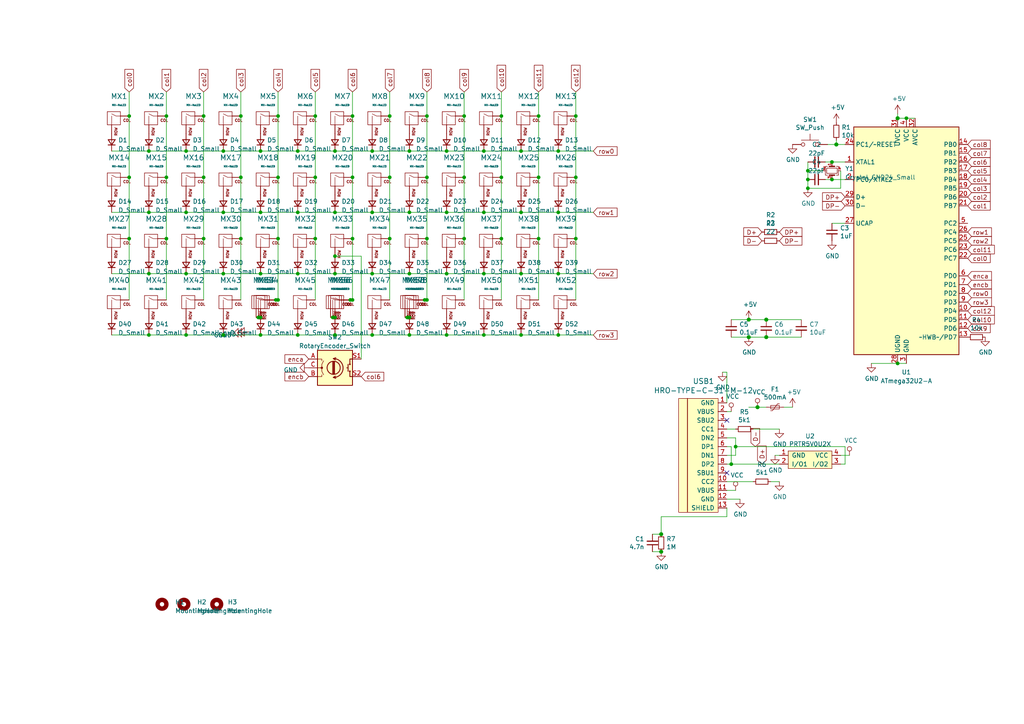
<source format=kicad_sch>
(kicad_sch (version 20210621) (generator eeschema)
  (paper "A4")
  (junction (at 37.465 33.655) (diameter 0.9144))
  (junction (at 37.465 51.435) (diameter 0.9144))
  (junction (at 37.465 69.215) (diameter 0.9144))
  (junction (at 43.18 43.815) (diameter 0.9144))
  (junction (at 43.18 61.595) (diameter 0.9144))
  (junction (at 43.18 79.375) (diameter 0.9144))
  (junction (at 43.18 97.155) (diameter 0.9144))
  (junction (at 48.26 33.655) (diameter 0.9144))
  (junction (at 48.26 51.435) (diameter 0.9144))
  (junction (at 48.26 69.215) (diameter 0.9144))
  (junction (at 53.975 43.815) (diameter 0.9144))
  (junction (at 53.975 61.595) (diameter 0.9144))
  (junction (at 53.975 79.375) (diameter 0.9144))
  (junction (at 53.975 97.155) (diameter 0.9144))
  (junction (at 59.055 33.655) (diameter 0.9144))
  (junction (at 59.055 51.435) (diameter 0.9144))
  (junction (at 59.055 69.215) (diameter 0.9144))
  (junction (at 64.77 43.815) (diameter 0.9144))
  (junction (at 64.77 61.595) (diameter 0.9144))
  (junction (at 64.77 79.375) (diameter 0.9144))
  (junction (at 64.77 97.155) (diameter 0.9144))
  (junction (at 69.85 33.655) (diameter 0.9144))
  (junction (at 69.85 51.435) (diameter 0.9144))
  (junction (at 69.85 69.215) (diameter 0.9144))
  (junction (at 74.93 92.075) (diameter 0.9144))
  (junction (at 75.565 43.815) (diameter 0.9144))
  (junction (at 75.565 61.595) (diameter 0.9144))
  (junction (at 75.565 79.375) (diameter 0.9144))
  (junction (at 75.565 92.075) (diameter 0.9144))
  (junction (at 75.565 97.155) (diameter 0.9144))
  (junction (at 80.01 86.995) (diameter 0.9144))
  (junction (at 80.645 33.655) (diameter 0.9144))
  (junction (at 80.645 51.435) (diameter 0.9144))
  (junction (at 80.645 69.215) (diameter 0.9144))
  (junction (at 80.645 86.995) (diameter 0.9144))
  (junction (at 86.36 43.815) (diameter 0.9144))
  (junction (at 86.36 61.595) (diameter 0.9144))
  (junction (at 86.36 79.375) (diameter 0.9144))
  (junction (at 86.36 97.155) (diameter 0.9144))
  (junction (at 91.44 33.655) (diameter 0.9144))
  (junction (at 91.44 51.435) (diameter 0.9144))
  (junction (at 91.44 69.215) (diameter 0.9144))
  (junction (at 96.52 92.075) (diameter 0.9144))
  (junction (at 97.155 43.815) (diameter 0.9144))
  (junction (at 97.155 61.595) (diameter 0.9144))
  (junction (at 97.155 74.295) (diameter 0.9144))
  (junction (at 97.155 79.375) (diameter 0.9144))
  (junction (at 97.155 92.075) (diameter 0.9144))
  (junction (at 97.155 97.155) (diameter 0.9144))
  (junction (at 101.6 86.995) (diameter 0.9144))
  (junction (at 102.235 33.655) (diameter 0.9144))
  (junction (at 102.235 51.435) (diameter 0.9144))
  (junction (at 102.235 69.215) (diameter 0.9144))
  (junction (at 102.235 86.995) (diameter 0.9144))
  (junction (at 107.95 43.815) (diameter 0.9144))
  (junction (at 107.95 61.595) (diameter 0.9144))
  (junction (at 107.95 79.375) (diameter 0.9144))
  (junction (at 107.95 97.155) (diameter 0.9144))
  (junction (at 113.03 33.655) (diameter 0.9144))
  (junction (at 113.03 51.435) (diameter 0.9144))
  (junction (at 113.03 69.215) (diameter 0.9144))
  (junction (at 118.11 92.075) (diameter 0.9144))
  (junction (at 118.745 43.815) (diameter 0.9144))
  (junction (at 118.745 61.595) (diameter 0.9144))
  (junction (at 118.745 79.375) (diameter 0.9144))
  (junction (at 118.745 92.075) (diameter 0.9144))
  (junction (at 118.745 97.155) (diameter 0.9144))
  (junction (at 123.19 86.995) (diameter 0.9144))
  (junction (at 123.825 33.655) (diameter 0.9144))
  (junction (at 123.825 51.435) (diameter 0.9144))
  (junction (at 123.825 69.215) (diameter 0.9144))
  (junction (at 123.825 86.995) (diameter 0.9144))
  (junction (at 129.54 43.815) (diameter 0.9144))
  (junction (at 129.54 61.595) (diameter 0.9144))
  (junction (at 129.54 79.375) (diameter 0.9144))
  (junction (at 129.54 97.155) (diameter 0.9144))
  (junction (at 134.62 33.655) (diameter 0.9144))
  (junction (at 134.62 51.435) (diameter 0.9144))
  (junction (at 134.62 69.215) (diameter 0.9144))
  (junction (at 140.335 43.815) (diameter 0.9144))
  (junction (at 140.335 61.595) (diameter 0.9144))
  (junction (at 140.335 79.375) (diameter 0.9144))
  (junction (at 140.335 97.155) (diameter 0.9144))
  (junction (at 145.415 33.655) (diameter 0.9144))
  (junction (at 145.415 51.435) (diameter 0.9144))
  (junction (at 145.415 69.215) (diameter 0.9144))
  (junction (at 151.13 43.815) (diameter 0.9144))
  (junction (at 151.13 61.595) (diameter 0.9144))
  (junction (at 151.13 79.375) (diameter 0.9144))
  (junction (at 151.13 97.155) (diameter 0.9144))
  (junction (at 156.21 33.655) (diameter 0.9144))
  (junction (at 156.21 51.435) (diameter 0.9144))
  (junction (at 156.21 69.215) (diameter 0.9144))
  (junction (at 161.925 43.815) (diameter 0.9144))
  (junction (at 161.925 61.595) (diameter 0.9144))
  (junction (at 161.925 79.375) (diameter 0.9144))
  (junction (at 161.925 97.155) (diameter 0.9144))
  (junction (at 167.005 33.655) (diameter 0.9144))
  (junction (at 167.005 51.435) (diameter 0.9144))
  (junction (at 167.005 69.215) (diameter 0.9144))
  (junction (at 191.77 154.94) (diameter 1.016))
  (junction (at 191.77 160.02) (diameter 1.016))
  (junction (at 212.09 134.62) (diameter 0.9144))
  (junction (at 213.36 129.54) (diameter 0.9144))
  (junction (at 217.17 92.71) (diameter 1.016))
  (junction (at 217.17 97.79) (diameter 1.016))
  (junction (at 219.71 118.11) (diameter 1.016))
  (junction (at 222.25 92.71) (diameter 1.016))
  (junction (at 222.25 97.79) (diameter 1.016))
  (junction (at 234.315 49.53) (diameter 0.9144))
  (junction (at 234.315 52.07) (diameter 0.9144))
  (junction (at 234.315 54.61) (diameter 0.9144))
  (junction (at 241.3 46.99) (diameter 0.9144))
  (junction (at 241.3 52.07) (diameter 0.9144))
  (junction (at 242.57 41.91) (diameter 1.016))
  (junction (at 260.35 34.29) (diameter 1.016))
  (junction (at 260.35 105.41) (diameter 0.9144))
  (junction (at 262.89 34.29) (diameter 0.9144))
  (no_connect (at 210.82 121.92))
  (no_connect (at 210.82 137.16))
  (wire (pts (xy 32.385 43.815) (xy 43.18 43.815)))
  (wire (pts (xy 32.385 61.595) (xy 43.18 61.595)))
  (wire (pts (xy 32.385 79.375) (xy 43.18 79.375)))
  (wire (pts (xy 32.385 97.155) (xy 43.18 97.155)))
  (wire (pts (xy 37.465 26.67) (xy 37.465 33.655)))
  (wire (pts (xy 37.465 33.655) (xy 37.465 51.435)))
  (wire (pts (xy 37.465 51.435) (xy 37.465 69.215)))
  (wire (pts (xy 37.465 69.215) (xy 37.465 86.995)))
  (wire (pts (xy 43.18 43.815) (xy 53.975 43.815)))
  (wire (pts (xy 43.18 61.595) (xy 53.975 61.595)))
  (wire (pts (xy 43.18 79.375) (xy 53.975 79.375)))
  (wire (pts (xy 43.18 97.155) (xy 53.975 97.155)))
  (wire (pts (xy 48.26 26.67) (xy 48.26 33.655)))
  (wire (pts (xy 48.26 33.655) (xy 48.26 51.435)))
  (wire (pts (xy 48.26 51.435) (xy 48.26 69.215)))
  (wire (pts (xy 48.26 69.215) (xy 48.26 86.995)))
  (wire (pts (xy 53.975 43.815) (xy 64.77 43.815)))
  (wire (pts (xy 53.975 61.595) (xy 64.77 61.595)))
  (wire (pts (xy 53.975 79.375) (xy 64.77 79.375)))
  (wire (pts (xy 53.975 97.155) (xy 64.77 97.155)))
  (wire (pts (xy 59.055 26.67) (xy 59.055 33.655)))
  (wire (pts (xy 59.055 33.655) (xy 59.055 51.435)))
  (wire (pts (xy 59.055 51.435) (xy 59.055 69.215)))
  (wire (pts (xy 59.055 69.215) (xy 59.055 86.995)))
  (wire (pts (xy 64.77 43.815) (xy 75.565 43.815)))
  (wire (pts (xy 64.77 61.595) (xy 75.565 61.595)))
  (wire (pts (xy 64.77 79.375) (xy 75.565 79.375)))
  (wire (pts (xy 64.77 97.155) (xy 75.565 97.155)))
  (wire (pts (xy 69.85 26.67) (xy 69.85 33.655)))
  (wire (pts (xy 69.85 33.655) (xy 69.85 51.435)))
  (wire (pts (xy 69.85 51.435) (xy 69.85 69.215)))
  (wire (pts (xy 69.85 69.215) (xy 69.85 86.995)))
  (wire (pts (xy 74.295 92.075) (xy 74.93 92.075)))
  (wire (pts (xy 74.93 92.075) (xy 75.565 92.075)))
  (wire (pts (xy 75.565 43.815) (xy 86.36 43.815)))
  (wire (pts (xy 75.565 61.595) (xy 86.36 61.595)))
  (wire (pts (xy 75.565 79.375) (xy 86.36 79.375)))
  (wire (pts (xy 75.565 97.155) (xy 86.36 97.155)))
  (wire (pts (xy 79.375 86.995) (xy 80.01 86.995)))
  (wire (pts (xy 80.01 86.995) (xy 80.645 86.995)))
  (wire (pts (xy 80.645 26.67) (xy 80.645 33.655)))
  (wire (pts (xy 80.645 33.655) (xy 80.645 51.435)))
  (wire (pts (xy 80.645 51.435) (xy 80.645 69.215)))
  (wire (pts (xy 80.645 69.215) (xy 80.645 86.995)))
  (wire (pts (xy 86.36 43.815) (xy 97.155 43.815)))
  (wire (pts (xy 86.36 61.595) (xy 97.155 61.595)))
  (wire (pts (xy 86.36 79.375) (xy 97.155 79.375)))
  (wire (pts (xy 86.36 97.155) (xy 97.155 97.155)))
  (wire (pts (xy 91.44 26.67) (xy 91.44 33.655)))
  (wire (pts (xy 91.44 33.655) (xy 91.44 51.435)))
  (wire (pts (xy 91.44 51.435) (xy 91.44 69.215)))
  (wire (pts (xy 91.44 69.215) (xy 91.44 86.995)))
  (wire (pts (xy 95.885 92.075) (xy 96.52 92.075)))
  (wire (pts (xy 96.52 92.075) (xy 97.155 92.075)))
  (wire (pts (xy 97.155 43.815) (xy 107.95 43.815)))
  (wire (pts (xy 97.155 61.595) (xy 107.95 61.595)))
  (wire (pts (xy 97.155 74.295) (xy 104.775 74.295)))
  (wire (pts (xy 97.155 79.375) (xy 107.95 79.375)))
  (wire (pts (xy 97.155 97.155) (xy 107.95 97.155)))
  (wire (pts (xy 100.965 86.995) (xy 101.6 86.995)))
  (wire (pts (xy 101.6 86.995) (xy 102.235 86.995)))
  (wire (pts (xy 102.235 26.67) (xy 102.235 33.655)))
  (wire (pts (xy 102.235 33.655) (xy 102.235 51.435)))
  (wire (pts (xy 102.235 51.435) (xy 102.235 69.215)))
  (wire (pts (xy 102.235 69.215) (xy 102.235 86.995)))
  (wire (pts (xy 104.775 74.295) (xy 104.775 104.14)))
  (wire (pts (xy 107.95 43.815) (xy 118.745 43.815)))
  (wire (pts (xy 107.95 61.595) (xy 118.745 61.595)))
  (wire (pts (xy 107.95 79.375) (xy 118.745 79.375)))
  (wire (pts (xy 107.95 97.155) (xy 118.745 97.155)))
  (wire (pts (xy 113.03 26.67) (xy 113.03 33.655)))
  (wire (pts (xy 113.03 33.655) (xy 113.03 51.435)))
  (wire (pts (xy 113.03 51.435) (xy 113.03 69.215)))
  (wire (pts (xy 113.03 69.215) (xy 113.03 86.995)))
  (wire (pts (xy 117.475 92.075) (xy 118.11 92.075)))
  (wire (pts (xy 118.11 92.075) (xy 118.745 92.075)))
  (wire (pts (xy 118.745 43.815) (xy 129.54 43.815)))
  (wire (pts (xy 118.745 61.595) (xy 129.54 61.595)))
  (wire (pts (xy 118.745 79.375) (xy 129.54 79.375)))
  (wire (pts (xy 118.745 97.155) (xy 129.54 97.155)))
  (wire (pts (xy 122.555 86.995) (xy 123.19 86.995)))
  (wire (pts (xy 123.19 86.995) (xy 123.825 86.995)))
  (wire (pts (xy 123.825 26.67) (xy 123.825 33.655)))
  (wire (pts (xy 123.825 33.655) (xy 123.825 51.435)))
  (wire (pts (xy 123.825 51.435) (xy 123.825 69.215)))
  (wire (pts (xy 123.825 69.215) (xy 123.825 86.995)))
  (wire (pts (xy 129.54 43.815) (xy 140.335 43.815)))
  (wire (pts (xy 129.54 61.595) (xy 140.335 61.595)))
  (wire (pts (xy 129.54 79.375) (xy 140.335 79.375)))
  (wire (pts (xy 129.54 97.155) (xy 140.335 97.155)))
  (wire (pts (xy 134.62 26.67) (xy 134.62 33.655)))
  (wire (pts (xy 134.62 33.655) (xy 134.62 51.435)))
  (wire (pts (xy 134.62 51.435) (xy 134.62 69.215)))
  (wire (pts (xy 134.62 69.215) (xy 134.62 86.995)))
  (wire (pts (xy 140.335 43.815) (xy 151.13 43.815)))
  (wire (pts (xy 140.335 61.595) (xy 151.13 61.595)))
  (wire (pts (xy 140.335 79.375) (xy 151.13 79.375)))
  (wire (pts (xy 140.335 97.155) (xy 151.13 97.155)))
  (wire (pts (xy 145.415 26.67) (xy 145.415 33.655)))
  (wire (pts (xy 145.415 33.655) (xy 145.415 51.435)))
  (wire (pts (xy 145.415 51.435) (xy 145.415 69.215)))
  (wire (pts (xy 145.415 69.215) (xy 145.415 86.995)))
  (wire (pts (xy 151.13 43.815) (xy 161.925 43.815)))
  (wire (pts (xy 151.13 61.595) (xy 161.925 61.595)))
  (wire (pts (xy 151.13 79.375) (xy 161.925 79.375)))
  (wire (pts (xy 151.13 97.155) (xy 161.925 97.155)))
  (wire (pts (xy 156.21 26.67) (xy 156.21 33.655)))
  (wire (pts (xy 156.21 33.655) (xy 156.21 51.435)))
  (wire (pts (xy 156.21 51.435) (xy 156.21 69.215)))
  (wire (pts (xy 156.21 69.215) (xy 156.21 86.995)))
  (wire (pts (xy 161.925 43.815) (xy 172.085 43.815)))
  (wire (pts (xy 161.925 61.595) (xy 172.085 61.595)))
  (wire (pts (xy 161.925 79.375) (xy 172.085 79.375)))
  (wire (pts (xy 161.925 97.155) (xy 172.085 97.155)))
  (wire (pts (xy 167.005 26.67) (xy 167.005 33.655)))
  (wire (pts (xy 167.005 33.655) (xy 167.005 51.435)))
  (wire (pts (xy 167.005 51.435) (xy 167.005 69.215)))
  (wire (pts (xy 167.005 69.215) (xy 167.005 86.995)))
  (wire (pts (xy 189.23 154.94) (xy 191.77 154.94)))
  (wire (pts (xy 189.23 160.02) (xy 191.77 160.02)))
  (wire (pts (xy 191.77 149.86) (xy 191.77 154.94)))
  (wire (pts (xy 210.82 107.95) (xy 209.55 107.95)))
  (wire (pts (xy 210.82 107.95) (xy 210.82 116.84)))
  (wire (pts (xy 210.82 119.38) (xy 212.09 119.38)))
  (wire (pts (xy 210.82 124.46) (xy 213.36 124.46)))
  (wire (pts (xy 210.82 127) (xy 213.36 127)))
  (wire (pts (xy 210.82 129.54) (xy 212.09 129.54)))
  (wire (pts (xy 210.82 139.7) (xy 218.44 139.7)))
  (wire (pts (xy 210.82 142.24) (xy 213.36 142.24)))
  (wire (pts (xy 210.82 144.78) (xy 214.63 144.78)))
  (wire (pts (xy 210.82 147.32) (xy 210.82 149.86)))
  (wire (pts (xy 210.82 149.86) (xy 191.77 149.86)))
  (wire (pts (xy 212.09 92.71) (xy 217.17 92.71)))
  (wire (pts (xy 212.09 129.54) (xy 212.09 134.62)))
  (wire (pts (xy 212.09 134.62) (xy 210.82 134.62)))
  (wire (pts (xy 212.09 134.62) (xy 226.06 134.62)))
  (wire (pts (xy 213.36 127) (xy 213.36 129.54)))
  (wire (pts (xy 213.36 129.54) (xy 213.36 132.08)))
  (wire (pts (xy 213.36 129.54) (xy 245.11 129.54)))
  (wire (pts (xy 213.36 132.08) (xy 210.82 132.08)))
  (wire (pts (xy 217.17 92.71) (xy 222.25 92.71)))
  (wire (pts (xy 217.17 97.79) (xy 212.09 97.79)))
  (wire (pts (xy 217.17 118.11) (xy 219.71 118.11)))
  (wire (pts (xy 218.44 124.46) (xy 226.06 124.46)))
  (wire (pts (xy 219.71 118.11) (xy 222.25 118.11)))
  (wire (pts (xy 222.25 92.71) (xy 232.41 92.71)))
  (wire (pts (xy 222.25 97.79) (xy 217.17 97.79)))
  (wire (pts (xy 223.52 139.7) (xy 226.06 139.7)))
  (wire (pts (xy 224.79 132.08) (xy 226.06 132.08)))
  (wire (pts (xy 227.33 118.11) (xy 229.87 118.11)))
  (wire (pts (xy 232.41 97.79) (xy 222.25 97.79)))
  (wire (pts (xy 234.315 46.99) (xy 234.315 49.53)))
  (wire (pts (xy 234.315 49.53) (xy 234.315 52.07)))
  (wire (pts (xy 234.315 49.53) (xy 238.76 49.53)))
  (wire (pts (xy 234.315 52.07) (xy 234.315 54.61)))
  (wire (pts (xy 234.315 54.61) (xy 243.84 54.61)))
  (wire (pts (xy 239.395 46.99) (xy 241.3 46.99)))
  (wire (pts (xy 239.395 52.07) (xy 241.3 52.07)))
  (wire (pts (xy 241.3 46.99) (xy 245.11 46.99)))
  (wire (pts (xy 241.3 52.07) (xy 245.11 52.07)))
  (wire (pts (xy 242.57 41.91) (xy 240.03 41.91)))
  (wire (pts (xy 242.57 41.91) (xy 242.57 40.64)))
  (wire (pts (xy 243.84 54.61) (xy 243.84 49.53)))
  (wire (pts (xy 243.84 132.08) (xy 246.38 132.08)))
  (wire (pts (xy 245.11 41.91) (xy 242.57 41.91)))
  (wire (pts (xy 245.11 64.77) (xy 241.3 64.77)))
  (wire (pts (xy 245.11 129.54) (xy 245.11 134.62)))
  (wire (pts (xy 245.11 134.62) (xy 243.84 134.62)))
  (wire (pts (xy 252.73 105.41) (xy 260.35 105.41)))
  (wire (pts (xy 260.35 34.29) (xy 260.35 33.02)))
  (wire (pts (xy 260.35 34.29) (xy 262.89 34.29)))
  (wire (pts (xy 260.35 105.41) (xy 262.89 105.41)))
  (wire (pts (xy 262.89 34.29) (xy 265.43 34.29)))
  (global_label "col0" (shape input) (at 37.465 26.67 90) (property "Intersheet References" "${INTERSHEET_REFS}" (effects hide)))
  (global_label "col1" (shape input) (at 48.26 26.67 90) (property "Intersheet References" "${INTERSHEET_REFS}" (effects hide)))
  (global_label "col2" (shape input) (at 59.055 26.67 90) (property "Intersheet References" "${INTERSHEET_REFS}" (effects hide)))
  (global_label "col3" (shape input) (at 69.85 26.67 90) (property "Intersheet References" "${INTERSHEET_REFS}" (effects hide)))
  (global_label "col4" (shape input) (at 80.645 26.67 90) (property "Intersheet References" "${INTERSHEET_REFS}" (effects hide)))
  (global_label "enca" (shape input) (at 89.535 104.14 180) (property "Intersheet References" "${INTERSHEET_REFS}" (effects hide)))
  (global_label "encb" (shape input) (at 89.535 109.22 180) (property "Intersheet References" "${INTERSHEET_REFS}" (effects hide)))
  (global_label "col5" (shape input) (at 91.44 26.67 90) (property "Intersheet References" "${INTERSHEET_REFS}" (effects hide)))
  (global_label "col6" (shape input) (at 102.235 26.67 90) (property "Intersheet References" "${INTERSHEET_REFS}" (effects hide)))
  (global_label "col6" (shape input) (at 104.775 109.22 0) (property "Intersheet References" "${INTERSHEET_REFS}" (effects hide)))
  (global_label "col7" (shape input) (at 113.03 26.67 90) (property "Intersheet References" "${INTERSHEET_REFS}" (effects hide)))
  (global_label "col8" (shape input) (at 123.825 26.67 90) (property "Intersheet References" "${INTERSHEET_REFS}" (effects hide)))
  (global_label "col9" (shape input) (at 134.62 26.67 90) (property "Intersheet References" "${INTERSHEET_REFS}" (effects hide)))
  (global_label "col10" (shape input) (at 145.415 26.67 90) (property "Intersheet References" "${INTERSHEET_REFS}" (effects hide)))
  (global_label "col11" (shape input) (at 156.21 26.67 90) (property "Intersheet References" "${INTERSHEET_REFS}" (effects hide)))
  (global_label "col12" (shape input) (at 167.005 26.67 90) (property "Intersheet References" "${INTERSHEET_REFS}" (effects hide)))
  (global_label "row0" (shape input) (at 172.085 43.815 0) (property "Intersheet References" "${INTERSHEET_REFS}" (effects hide)))
  (global_label "row1" (shape input) (at 172.085 61.595 0) (property "Intersheet References" "${INTERSHEET_REFS}" (effects hide)))
  (global_label "row2" (shape input) (at 172.085 79.375 0) (property "Intersheet References" "${INTERSHEET_REFS}" (effects hide)))
  (global_label "row3" (shape input) (at 172.085 97.155 0) (property "Intersheet References" "${INTERSHEET_REFS}" (effects hide)))
  (global_label "D-" (shape input) (at 219.075 129.54 90) (property "Intersheet References" "${INTERSHEET_REFS}" (effects hide)))
  (global_label "D+" (shape input) (at 220.98 67.31 180) (property "Intersheet References" "${INTERSHEET_REFS}" (effects hide)))
  (global_label "D-" (shape input) (at 220.98 69.85 180) (property "Intersheet References" "${INTERSHEET_REFS}" (effects hide)))
  (global_label "D+" (shape input) (at 220.98 134.62 90) (property "Intersheet References" "${INTERSHEET_REFS}" (effects hide)))
  (global_label "DP+" (shape input) (at 226.06 67.31 0) (property "Intersheet References" "${INTERSHEET_REFS}" (effects hide)))
  (global_label "DP-" (shape input) (at 226.06 69.85 0) (property "Intersheet References" "${INTERSHEET_REFS}" (effects hide)))
  (global_label "DP+" (shape input) (at 245.11 57.15 180) (property "Intersheet References" "${INTERSHEET_REFS}" (effects hide)))
  (global_label "DP-" (shape input) (at 245.11 59.69 180) (property "Intersheet References" "${INTERSHEET_REFS}" (effects hide)))
  (global_label "col8" (shape input) (at 280.67 41.91 0) (property "Intersheet References" "${INTERSHEET_REFS}" (effects hide)))
  (global_label "col7" (shape input) (at 280.67 44.45 0) (property "Intersheet References" "${INTERSHEET_REFS}" (effects hide)))
  (global_label "col6" (shape input) (at 280.67 46.99 0) (property "Intersheet References" "${INTERSHEET_REFS}" (effects hide)))
  (global_label "col5" (shape input) (at 280.67 49.53 0) (property "Intersheet References" "${INTERSHEET_REFS}" (effects hide)))
  (global_label "col4" (shape input) (at 280.67 52.07 0) (property "Intersheet References" "${INTERSHEET_REFS}" (effects hide)))
  (global_label "col3" (shape input) (at 280.67 54.61 0) (property "Intersheet References" "${INTERSHEET_REFS}" (effects hide)))
  (global_label "col2" (shape input) (at 280.67 57.15 0) (property "Intersheet References" "${INTERSHEET_REFS}" (effects hide)))
  (global_label "col1" (shape input) (at 280.67 59.69 0) (property "Intersheet References" "${INTERSHEET_REFS}" (effects hide)))
  (global_label "row1" (shape input) (at 280.67 67.31 0) (property "Intersheet References" "${INTERSHEET_REFS}" (effects hide)))
  (global_label "row2" (shape input) (at 280.67 69.85 0) (property "Intersheet References" "${INTERSHEET_REFS}" (effects hide)))
  (global_label "col11" (shape input) (at 280.67 72.39 0) (property "Intersheet References" "${INTERSHEET_REFS}" (effects hide)))
  (global_label "col0" (shape input) (at 280.67 74.93 0) (property "Intersheet References" "${INTERSHEET_REFS}" (effects hide)))
  (global_label "enca" (shape input) (at 280.67 80.01 0) (property "Intersheet References" "${INTERSHEET_REFS}" (effects hide)))
  (global_label "encb" (shape input) (at 280.67 82.55 0) (property "Intersheet References" "${INTERSHEET_REFS}" (effects hide)))
  (global_label "row0" (shape input) (at 280.67 85.09 0) (property "Intersheet References" "${INTERSHEET_REFS}" (effects hide)))
  (global_label "row3" (shape input) (at 280.67 87.63 0) (property "Intersheet References" "${INTERSHEET_REFS}" (effects hide)))
  (global_label "col12" (shape input) (at 280.67 90.17 0) (property "Intersheet References" "${INTERSHEET_REFS}" (effects hide)))
  (global_label "col10" (shape input) (at 280.67 92.71 0) (property "Intersheet References" "${INTERSHEET_REFS}" (effects hide)))
  (global_label "col9" (shape input) (at 280.67 95.25 0) (property "Intersheet References" "${INTERSHEET_REFS}" (effects hide)))
  (symbol (lib_id "power:VCC") (at 212.09 119.38 0) (unit 1)
    (property "Reference" "#PWR0120" (effects hide))
    (property "Value" "VCC" (at 212.5218 114.9858 0))
  )
  (symbol (lib_id "power:VCC") (at 213.36 142.24 0) (unit 1)
    (property "Reference" "#PWR0121" (effects hide))
    (property "Value" "VCC" (at 213.7918 137.8458 0))
  )
  (symbol (lib_id "power:VCC") (at 219.71 118.11 0) (unit 1)
    (property "Reference" "#PWR0109" (effects hide))
    (property "Value" "VCC" (at 220.1418 113.7158 0))
  )
  (symbol (lib_id "power:VCC") (at 246.38 132.08 0) (unit 1)
    (property "Reference" "#PWR0122" (effects hide))
    (property "Value" "VCC" (at 246.8118 127.7556 0))
  )
  (symbol (lib_id "power:+5V") (at 217.17 92.71 0) (unit 1)
    (property "Reference" "#PWR0117" (effects hide))
    (property "Value" "+5V" (at 217.551 88.3158 0))
  )
  (symbol (lib_id "power:+5V") (at 229.87 118.11 0) (unit 1)
    (property "Reference" "#PWR0102" (effects hide))
    (property "Value" "+5V" (at 230.251 113.7158 0))
  )
  (symbol (lib_id "power:+5V") (at 242.57 35.56 0) (unit 1)
    (property "Reference" "#PWR0106" (effects hide))
    (property "Value" "+5V" (at 242.951 31.1658 0))
  )
  (symbol (lib_id "power:+5V") (at 260.35 33.02 0) (unit 1)
    (property "Reference" "#PWR0104" (effects hide))
    (property "Value" "+5V" (at 260.731 28.6258 0))
  )
  (symbol (lib_id "power:GND") (at 70.358 96.52 270) (unit 1)
    (property "Reference" "#PWR0124" (effects hide))
    (property "Value" "GND" (at 66.04 97.1549 90) (effects (justify right)))
  )
  (symbol (lib_id "power:GND") (at 71.374 96.52 270) (unit 1)
    (property "Reference" "#PWR0115" (effects hide))
    (property "Value" "GND" (at 67.31 97.1549 90) (effects (justify right)))
  )
  (symbol (lib_id "power:GND") (at 72.136 96.266 270) (unit 1)
    (property "Reference" "#PWR0123" (effects hide))
    (property "Value" "GND" (at 68.58 96.9009 90) (effects (justify right)))
  )
  (symbol (lib_id "power:GND") (at 89.535 106.68 270) (unit 1)
    (property "Reference" "#PWR0111" (effects hide))
    (property "Value" "GND" (at 86.36 107.3149 90) (effects (justify right)))
  )
  (symbol (lib_id "power:GND") (at 191.77 160.02 0) (unit 1)
    (property "Reference" "#PWR0116" (effects hide))
    (property "Value" "GND" (at 191.897 164.4142 0))
  )
  (symbol (lib_id "power:GND") (at 209.55 107.95 0) (unit 1)
    (property "Reference" "#PWR0119" (effects hide))
    (property "Value" "GND" (at 209.677 112.3442 0))
  )
  (symbol (lib_id "power:GND") (at 214.63 144.78 0) (unit 1)
    (property "Reference" "#PWR0118" (effects hide))
    (property "Value" "GND" (at 214.757 149.1742 0))
  )
  (symbol (lib_id "power:GND") (at 217.17 97.79 0) (unit 1)
    (property "Reference" "#PWR0108" (effects hide))
    (property "Value" "GND" (at 217.297 102.1842 0))
  )
  (symbol (lib_id "power:GND") (at 224.79 132.08 0) (unit 1)
    (property "Reference" "#PWR0114" (effects hide))
    (property "Value" "GND" (at 224.9043 136.4044 0))
  )
  (symbol (lib_id "power:GND") (at 226.06 124.46 0) (unit 1)
    (property "Reference" "#PWR0113" (effects hide))
    (property "Value" "GND" (at 226.187 128.8542 0))
  )
  (symbol (lib_id "power:GND") (at 226.06 139.7 0) (unit 1)
    (property "Reference" "#PWR0112" (effects hide))
    (property "Value" "GND" (at 226.187 144.0942 0))
  )
  (symbol (lib_id "power:GND") (at 229.87 41.91 0) (unit 1)
    (property "Reference" "#PWR0103" (effects hide))
    (property "Value" "GND" (at 229.997 46.3042 0))
  )
  (symbol (lib_id "power:GND") (at 234.315 54.61 0) (unit 1)
    (property "Reference" "#PWR0105" (effects hide))
    (property "Value" "GND" (at 234.442 59.0042 0))
  )
  (symbol (lib_id "power:GND") (at 241.3 69.85 0) (unit 1)
    (property "Reference" "#PWR0107" (effects hide))
    (property "Value" "GND" (at 241.427 74.2442 0))
  )
  (symbol (lib_id "power:GND") (at 252.73 105.41 0) (unit 1)
    (property "Reference" "#PWR0110" (effects hide))
    (property "Value" "GND" (at 252.857 109.8042 0))
  )
  (symbol (lib_id "power:GND") (at 285.75 97.79 0) (unit 1)
    (property "Reference" "#PWR0101" (effects hide))
    (property "Value" "GND" (at 285.877 102.1842 0))
  )
  (symbol (lib_id "Device:R_Small") (at 191.77 157.48 0) (unit 1)
    (property "Reference" "R7" (at 193.2686 156.3116 0) (effects (justify left)))
    (property "Value" "1M" (at 193.2686 158.623 0) (effects (justify left)))
    (property "Footprint" "Resistor_SMD:R_0603_1608Metric" (effects hide))
  )
  (symbol (lib_id "Device:R_Small") (at 215.9 124.46 90) (unit 1)
    (property "Reference" "R5" (at 215.9 119.4816 90))
    (property "Value" "5k1" (at 215.9 121.793 90))
    (property "Footprint" "Resistor_SMD:R_0603_1608Metric" (effects hide))
  )
  (symbol (lib_id "Device:R_Small") (at 220.98 139.7 90) (unit 1)
    (property "Reference" "R6" (at 220.98 134.7216 90))
    (property "Value" "5k1" (at 220.98 137.033 90))
    (property "Footprint" "Resistor_SMD:R_0603_1608Metric" (effects hide))
  )
  (symbol (lib_id "Device:R_Small") (at 223.52 67.31 270) (unit 1)
    (property "Reference" "R2" (at 223.52 62.3316 90))
    (property "Value" "22" (at 223.52 64.643 90))
    (property "Footprint" "Resistor_SMD:R_0603_1608Metric" (effects hide))
  )
  (symbol (lib_id "Device:R_Small") (at 223.52 69.85 270) (unit 1)
    (property "Reference" "R3" (at 223.52 64.8716 90))
    (property "Value" "22" (at 223.52 67.183 90))
    (property "Footprint" "Resistor_SMD:R_0603_1608Metric" (effects hide))
  )
  (symbol (lib_id "Device:R_Small") (at 242.57 38.1 0) (unit 1)
    (property "Reference" "R1" (at 244.0686 36.9316 0) (effects (justify left)))
    (property "Value" "10k" (at 244.0686 39.243 0) (effects (justify left)))
    (property "Footprint" "Resistor_SMD:R_0603_1608Metric" (effects hide))
  )
  (symbol (lib_id "Device:R_Small") (at 283.21 97.79 270) (unit 1)
    (property "Reference" "R4" (at 283.21 92.8116 90))
    (property "Value" "10k" (at 283.21 95.123 90))
    (property "Footprint" "Resistor_SMD:R_0603_1608Metric" (effects hide))
  )
  (symbol (lib_id "Device:Polyfuse_Small") (at 224.79 118.11 270) (unit 1)
    (property "Reference" "F1" (at 224.79 112.903 90))
    (property "Value" "500mA" (at 224.79 115.2144 90))
    (property "Footprint" "Fuse:Fuse_1206_3216Metric" (effects hide))
  )
  (symbol (lib_id "Device:D_Small") (at 32.385 41.275 90) (unit 1)
    (property "Reference" "D1" (at 34.29 40.6399 90) (effects (justify right)))
    (property "Value" "D_Small" (at 34.29 43.1799 90) (effects (justify right)))
    (property "Footprint" "Diode_SMD:D_SOD-123" (effects hide))
  )
  (symbol (lib_id "Device:D_Small") (at 32.385 59.055 90) (unit 1)
    (property "Reference" "D14" (at 34.29 58.4199 90) (effects (justify right)))
    (property "Value" "D_Small" (at 34.29 60.9599 90) (effects (justify right)))
    (property "Footprint" "Diode_SMD:D_SOD-123" (effects hide))
  )
  (symbol (lib_id "Device:D_Small") (at 32.385 76.835 90) (unit 1)
    (property "Reference" "D27" (at 34.29 76.1999 90) (effects (justify right)))
    (property "Value" "D_Small" (at 34.29 78.7399 90) (effects (justify right)))
    (property "Footprint" "Diode_SMD:D_SOD-123" (effects hide))
  )
  (symbol (lib_id "Device:D_Small") (at 32.385 94.615 90) (unit 1)
    (property "Reference" "D40" (at 34.29 93.9799 90) (effects (justify right)))
    (property "Value" "D_Small" (at 34.29 96.5199 90) (effects (justify right)))
    (property "Footprint" "Diode_SMD:D_SOD-123" (effects hide))
  )
  (symbol (lib_id "Device:D_Small") (at 43.18 41.275 90) (unit 1)
    (property "Reference" "D2" (at 45.085 40.6399 90) (effects (justify right)))
    (property "Value" "D_Small" (at 45.085 43.1799 90) (effects (justify right)))
    (property "Footprint" "Diode_SMD:D_SOD-123" (effects hide))
  )
  (symbol (lib_id "Device:D_Small") (at 43.18 59.055 90) (unit 1)
    (property "Reference" "D15" (at 45.085 58.4199 90) (effects (justify right)))
    (property "Value" "D_Small" (at 45.085 60.9599 90) (effects (justify right)))
    (property "Footprint" "Diode_SMD:D_SOD-123" (effects hide))
  )
  (symbol (lib_id "Device:D_Small") (at 43.18 76.835 90) (unit 1)
    (property "Reference" "D28" (at 45.085 76.1999 90) (effects (justify right)))
    (property "Value" "D_Small" (at 45.085 78.7399 90) (effects (justify right)))
    (property "Footprint" "Diode_SMD:D_SOD-123" (effects hide))
  )
  (symbol (lib_id "Device:D_Small") (at 43.18 94.615 90) (unit 1)
    (property "Reference" "D41" (at 45.085 93.9799 90) (effects (justify right)))
    (property "Value" "D_Small" (at 45.085 96.5199 90) (effects (justify right)))
    (property "Footprint" "Diode_SMD:D_SOD-123" (effects hide))
  )
  (symbol (lib_id "Device:D_Small") (at 53.975 41.275 90) (unit 1)
    (property "Reference" "D3" (at 55.88 40.6399 90) (effects (justify right)))
    (property "Value" "D_Small" (at 55.88 43.1799 90) (effects (justify right)))
    (property "Footprint" "Diode_SMD:D_SOD-123" (effects hide))
  )
  (symbol (lib_id "Device:D_Small") (at 53.975 59.055 90) (unit 1)
    (property "Reference" "D16" (at 55.88 58.4199 90) (effects (justify right)))
    (property "Value" "D_Small" (at 55.88 60.9599 90) (effects (justify right)))
    (property "Footprint" "Diode_SMD:D_SOD-123" (effects hide))
  )
  (symbol (lib_id "Device:D_Small") (at 53.975 76.835 90) (unit 1)
    (property "Reference" "D29" (at 55.88 76.1999 90) (effects (justify right)))
    (property "Value" "D_Small" (at 55.88 78.7399 90) (effects (justify right)))
    (property "Footprint" "Diode_SMD:D_SOD-123" (effects hide))
  )
  (symbol (lib_id "Device:D_Small") (at 53.975 94.615 90) (unit 1)
    (property "Reference" "D42" (at 55.88 93.9799 90) (effects (justify right)))
    (property "Value" "D_Small" (at 55.88 96.5199 90) (effects (justify right)))
    (property "Footprint" "Diode_SMD:D_SOD-123" (effects hide))
  )
  (symbol (lib_id "Device:D_Small") (at 64.77 41.275 90) (unit 1)
    (property "Reference" "D4" (at 66.675 40.6399 90) (effects (justify right)))
    (property "Value" "D_Small" (at 66.675 43.1799 90) (effects (justify right)))
    (property "Footprint" "Diode_SMD:D_SOD-123" (effects hide))
  )
  (symbol (lib_id "Device:D_Small") (at 64.77 59.055 90) (unit 1)
    (property "Reference" "D17" (at 66.675 58.4199 90) (effects (justify right)))
    (property "Value" "D_Small" (at 66.675 60.9599 90) (effects (justify right)))
    (property "Footprint" "Diode_SMD:D_SOD-123" (effects hide))
  )
  (symbol (lib_id "Device:D_Small") (at 64.77 76.835 90) (unit 1)
    (property "Reference" "D30" (at 66.675 76.1999 90) (effects (justify right)))
    (property "Value" "D_Small" (at 66.675 78.7399 90) (effects (justify right)))
    (property "Footprint" "Diode_SMD:D_SOD-123" (effects hide))
  )
  (symbol (lib_id "Device:D_Small") (at 64.77 94.615 90) (unit 1)
    (property "Reference" "D43" (at 66.675 93.9799 90) (effects (justify right)))
    (property "Value" "D_Small" (at 66.675 96.5199 90) (effects (justify right)))
    (property "Footprint" "Diode_SMD:D_SOD-123" (effects hide))
  )
  (symbol (lib_id "Device:D_Small") (at 75.565 41.275 90) (unit 1)
    (property "Reference" "D5" (at 77.47 40.6399 90) (effects (justify right)))
    (property "Value" "D_Small" (at 77.47 43.1799 90) (effects (justify right)))
    (property "Footprint" "Diode_SMD:D_SOD-123" (effects hide))
  )
  (symbol (lib_id "Device:D_Small") (at 75.565 59.055 90) (unit 1)
    (property "Reference" "D18" (at 77.47 58.4199 90) (effects (justify right)))
    (property "Value" "D_Small" (at 77.47 60.9599 90) (effects (justify right)))
    (property "Footprint" "Diode_SMD:D_SOD-123" (effects hide))
  )
  (symbol (lib_id "Device:D_Small") (at 75.565 76.835 90) (unit 1)
    (property "Reference" "D31" (at 77.47 76.1999 90) (effects (justify right)))
    (property "Value" "D_Small" (at 77.47 78.7399 90) (effects (justify right)))
    (property "Footprint" "Diode_SMD:D_SOD-123" (effects hide))
  )
  (symbol (lib_id "Device:D_Small") (at 75.565 94.615 90) (unit 1)
    (property "Reference" "D44" (at 77.47 93.9799 90) (effects (justify right)))
    (property "Value" "D_Small" (at 77.47 96.5199 90) (effects (justify right)))
    (property "Footprint" "Diode_SMD:D_SOD-123" (effects hide))
  )
  (symbol (lib_id "Device:D_Small") (at 86.36 41.275 90) (unit 1)
    (property "Reference" "D6" (at 88.265 40.6399 90) (effects (justify right)))
    (property "Value" "D_Small" (at 88.265 43.1799 90) (effects (justify right)))
    (property "Footprint" "Diode_SMD:D_SOD-123" (effects hide))
  )
  (symbol (lib_id "Device:D_Small") (at 86.36 59.055 90) (unit 1)
    (property "Reference" "D19" (at 88.265 58.4199 90) (effects (justify right)))
    (property "Value" "D_Small" (at 88.265 60.9599 90) (effects (justify right)))
    (property "Footprint" "Diode_SMD:D_SOD-123" (effects hide))
  )
  (symbol (lib_id "Device:D_Small") (at 86.36 76.835 90) (unit 1)
    (property "Reference" "D32" (at 88.265 76.1999 90) (effects (justify right)))
    (property "Value" "D_Small" (at 88.265 78.7399 90) (effects (justify right)))
    (property "Footprint" "Diode_SMD:D_SOD-123" (effects hide))
  )
  (symbol (lib_id "Device:D_Small") (at 86.36 94.615 90) (unit 1)
    (property "Reference" "D45" (at 88.265 93.9799 90) (effects (justify right)))
    (property "Value" "D_Small" (at 88.265 96.5199 90) (effects (justify right)))
    (property "Footprint" "Diode_SMD:D_SOD-123" (effects hide))
  )
  (symbol (lib_id "Device:D_Small") (at 97.155 41.275 90) (unit 1)
    (property "Reference" "D7" (at 99.06 40.6399 90) (effects (justify right)))
    (property "Value" "D_Small" (at 99.06 43.1799 90) (effects (justify right)))
    (property "Footprint" "Diode_SMD:D_SOD-123" (effects hide))
  )
  (symbol (lib_id "Device:D_Small") (at 97.155 59.055 90) (unit 1)
    (property "Reference" "D20" (at 99.06 58.4199 90) (effects (justify right)))
    (property "Value" "D_Small" (at 99.06 60.9599 90) (effects (justify right)))
    (property "Footprint" "Diode_SMD:D_SOD-123" (effects hide))
  )
  (symbol (lib_id "Device:D_Small") (at 97.155 76.835 90) (unit 1)
    (property "Reference" "D33" (at 99.06 76.1999 90) (effects (justify right)))
    (property "Value" "D_Small" (at 99.06 78.7399 90) (effects (justify right)))
    (property "Footprint" "Diode_SMD:D_SOD-123" (effects hide))
  )
  (symbol (lib_id "Device:D_Small") (at 97.155 94.615 90) (unit 1)
    (property "Reference" "D46" (at 99.06 93.9799 90) (effects (justify right)))
    (property "Value" "D_Small" (at 99.06 96.5199 90) (effects (justify right)))
    (property "Footprint" "Diode_SMD:D_SOD-123" (effects hide))
  )
  (symbol (lib_id "Device:D_Small") (at 107.95 41.275 90) (unit 1)
    (property "Reference" "D8" (at 109.855 40.6399 90) (effects (justify right)))
    (property "Value" "D_Small" (at 109.855 43.1799 90) (effects (justify right)))
    (property "Footprint" "Diode_SMD:D_SOD-123" (effects hide))
  )
  (symbol (lib_id "Device:D_Small") (at 107.95 59.055 90) (unit 1)
    (property "Reference" "D21" (at 109.855 58.4199 90) (effects (justify right)))
    (property "Value" "D_Small" (at 109.855 60.9599 90) (effects (justify right)))
    (property "Footprint" "Diode_SMD:D_SOD-123" (effects hide))
  )
  (symbol (lib_id "Device:D_Small") (at 107.95 76.835 90) (unit 1)
    (property "Reference" "D34" (at 109.855 76.1999 90) (effects (justify right)))
    (property "Value" "D_Small" (at 109.855 78.7399 90) (effects (justify right)))
    (property "Footprint" "Diode_SMD:D_SOD-123" (effects hide))
  )
  (symbol (lib_id "Device:D_Small") (at 107.95 94.615 90) (unit 1)
    (property "Reference" "D47" (at 109.855 93.9799 90) (effects (justify right)))
    (property "Value" "D_Small" (at 109.855 96.5199 90) (effects (justify right)))
    (property "Footprint" "Diode_SMD:D_SOD-123" (effects hide))
  )
  (symbol (lib_id "Device:D_Small") (at 118.745 41.275 90) (unit 1)
    (property "Reference" "D9" (at 120.65 40.6399 90) (effects (justify right)))
    (property "Value" "D_Small" (at 120.65 43.1799 90) (effects (justify right)))
    (property "Footprint" "Diode_SMD:D_SOD-123" (effects hide))
  )
  (symbol (lib_id "Device:D_Small") (at 118.745 59.055 90) (unit 1)
    (property "Reference" "D22" (at 120.65 58.4199 90) (effects (justify right)))
    (property "Value" "D_Small" (at 120.65 60.9599 90) (effects (justify right)))
    (property "Footprint" "Diode_SMD:D_SOD-123" (effects hide))
  )
  (symbol (lib_id "Device:D_Small") (at 118.745 76.835 90) (unit 1)
    (property "Reference" "D35" (at 120.65 76.1999 90) (effects (justify right)))
    (property "Value" "D_Small" (at 120.65 78.7399 90) (effects (justify right)))
    (property "Footprint" "Diode_SMD:D_SOD-123" (effects hide))
  )
  (symbol (lib_id "Device:D_Small") (at 118.745 94.615 90) (unit 1)
    (property "Reference" "D48" (at 120.65 93.9799 90) (effects (justify right)))
    (property "Value" "D_Small" (at 120.65 96.5199 90) (effects (justify right)))
    (property "Footprint" "Diode_SMD:D_SOD-123" (effects hide))
  )
  (symbol (lib_id "Device:D_Small") (at 129.54 41.275 90) (unit 1)
    (property "Reference" "D10" (at 131.445 40.6399 90) (effects (justify right)))
    (property "Value" "D_Small" (at 131.445 43.1799 90) (effects (justify right)))
    (property "Footprint" "Diode_SMD:D_SOD-123" (effects hide))
  )
  (symbol (lib_id "Device:D_Small") (at 129.54 59.055 90) (unit 1)
    (property "Reference" "D23" (at 131.445 58.4199 90) (effects (justify right)))
    (property "Value" "D_Small" (at 131.445 60.9599 90) (effects (justify right)))
    (property "Footprint" "Diode_SMD:D_SOD-123" (effects hide))
  )
  (symbol (lib_id "Device:D_Small") (at 129.54 76.835 90) (unit 1)
    (property "Reference" "D36" (at 131.445 76.1999 90) (effects (justify right)))
    (property "Value" "D_Small" (at 131.445 78.7399 90) (effects (justify right)))
    (property "Footprint" "Diode_SMD:D_SOD-123" (effects hide))
  )
  (symbol (lib_id "Device:D_Small") (at 129.54 94.615 90) (unit 1)
    (property "Reference" "D49" (at 131.445 93.9799 90) (effects (justify right)))
    (property "Value" "D_Small" (at 131.445 96.5199 90) (effects (justify right)))
    (property "Footprint" "Diode_SMD:D_SOD-123" (effects hide))
  )
  (symbol (lib_id "Device:D_Small") (at 140.335 41.275 90) (unit 1)
    (property "Reference" "D11" (at 142.24 40.6399 90) (effects (justify right)))
    (property "Value" "D_Small" (at 142.24 43.1799 90) (effects (justify right)))
    (property "Footprint" "Diode_SMD:D_SOD-123" (effects hide))
  )
  (symbol (lib_id "Device:D_Small") (at 140.335 59.055 90) (unit 1)
    (property "Reference" "D24" (at 142.24 58.4199 90) (effects (justify right)))
    (property "Value" "D_Small" (at 142.24 60.9599 90) (effects (justify right)))
    (property "Footprint" "Diode_SMD:D_SOD-123" (effects hide))
  )
  (symbol (lib_id "Device:D_Small") (at 140.335 76.835 90) (unit 1)
    (property "Reference" "D37" (at 142.24 76.1999 90) (effects (justify right)))
    (property "Value" "D_Small" (at 142.24 78.7399 90) (effects (justify right)))
    (property "Footprint" "Diode_SMD:D_SOD-123" (effects hide))
  )
  (symbol (lib_id "Device:D_Small") (at 140.335 94.615 90) (unit 1)
    (property "Reference" "D50" (at 142.24 93.9799 90) (effects (justify right)))
    (property "Value" "D_Small" (at 142.24 96.5199 90) (effects (justify right)))
    (property "Footprint" "Diode_SMD:D_SOD-123" (effects hide))
  )
  (symbol (lib_id "Device:D_Small") (at 151.13 41.275 90) (unit 1)
    (property "Reference" "D12" (at 153.035 40.6399 90) (effects (justify right)))
    (property "Value" "D_Small" (at 153.035 43.1799 90) (effects (justify right)))
    (property "Footprint" "Diode_SMD:D_SOD-123" (effects hide))
  )
  (symbol (lib_id "Device:D_Small") (at 151.13 59.055 90) (unit 1)
    (property "Reference" "D25" (at 153.035 58.4199 90) (effects (justify right)))
    (property "Value" "D_Small" (at 153.035 60.9599 90) (effects (justify right)))
    (property "Footprint" "Diode_SMD:D_SOD-123" (effects hide))
  )
  (symbol (lib_id "Device:D_Small") (at 151.13 76.835 90) (unit 1)
    (property "Reference" "D38" (at 153.035 76.1999 90) (effects (justify right)))
    (property "Value" "D_Small" (at 153.035 78.7399 90) (effects (justify right)))
    (property "Footprint" "Diode_SMD:D_SOD-123" (effects hide))
  )
  (symbol (lib_id "Device:D_Small") (at 151.13 94.615 90) (unit 1)
    (property "Reference" "D51" (at 153.035 93.9799 90) (effects (justify right)))
    (property "Value" "D_Small" (at 153.035 96.5199 90) (effects (justify right)))
    (property "Footprint" "Diode_SMD:D_SOD-123" (effects hide))
  )
  (symbol (lib_id "Device:D_Small") (at 161.925 41.275 90) (unit 1)
    (property "Reference" "D13" (at 163.83 40.6399 90) (effects (justify right)))
    (property "Value" "D_Small" (at 163.83 43.1799 90) (effects (justify right)))
    (property "Footprint" "Diode_SMD:D_SOD-123" (effects hide))
  )
  (symbol (lib_id "Device:D_Small") (at 161.925 59.055 90) (unit 1)
    (property "Reference" "D26" (at 163.83 58.4199 90) (effects (justify right)))
    (property "Value" "D_Small" (at 163.83 60.9599 90) (effects (justify right)))
    (property "Footprint" "Diode_SMD:D_SOD-123" (effects hide))
  )
  (symbol (lib_id "Device:D_Small") (at 161.925 76.835 90) (unit 1)
    (property "Reference" "D39" (at 163.83 76.1999 90) (effects (justify right)))
    (property "Value" "D_Small" (at 163.83 78.7399 90) (effects (justify right)))
    (property "Footprint" "Diode_SMD:D_SOD-123" (effects hide))
  )
  (symbol (lib_id "Device:D_Small") (at 161.925 94.615 90) (unit 1)
    (property "Reference" "D52" (at 163.83 93.9799 90) (effects (justify right)))
    (property "Value" "D_Small" (at 163.83 96.5199 90) (effects (justify right)))
    (property "Footprint" "Diode_SMD:D_SOD-123" (effects hide))
  )
  (symbol (lib_id "Mechanical:MountingHole") (at 46.99 175.26 0) (unit 1)
    (property "Reference" "H1" (at 50.8 174.6249 0) (effects (justify left)))
    (property "Value" "MountingHole" (at 50.8 177.1649 0) (effects (justify left)))
    (property "Footprint" "MountingHole:MountingHole_2.2mm_M2_DIN965_Pad" (effects hide))
  )
  (symbol (lib_id "Mechanical:MountingHole") (at 53.34 175.26 0) (unit 1)
    (property "Reference" "H2" (at 57.15 174.6249 0) (effects (justify left)))
    (property "Value" "MountingHole" (at 57.15 177.1649 0) (effects (justify left)))
    (property "Footprint" "MountingHole:MountingHole_2.2mm_M2_DIN965_Pad" (effects hide))
  )
  (symbol (lib_id "Mechanical:MountingHole") (at 62.865 175.26 0) (unit 1)
    (property "Reference" "H3" (at 66.04 174.6249 0) (effects (justify left)))
    (property "Value" "MountingHole" (at 66.04 177.1649 0) (effects (justify left)))
    (property "Footprint" "MountingHole:MountingHole_2.2mm_M2_DIN965_Pad" (effects hide))
  )
  (symbol (lib_id "Device:C_Small") (at 189.23 157.48 0) (mirror x) (unit 1)
    (property "Reference" "C1" (at 186.8932 156.3116 0) (effects (justify right)))
    (property "Value" "4.7n" (at 186.8932 158.623 0) (effects (justify right)))
    (property "Footprint" "Capacitor_SMD:C_0603_1608Metric" (effects hide))
  )
  (symbol (lib_id "Device:C_Small") (at 212.09 95.25 0) (unit 1)
    (property "Reference" "C5" (at 214.4268 94.0816 0) (effects (justify left)))
    (property "Value" "0.1uF" (at 214.4268 96.393 0) (effects (justify left)))
    (property "Footprint" "Capacitor_SMD:C_0603_1608Metric" (effects hide))
  )
  (symbol (lib_id "Device:C_Small") (at 222.25 95.25 0) (unit 1)
    (property "Reference" "C6" (at 224.5868 94.0816 0) (effects (justify left)))
    (property "Value" "0.1uF" (at 224.5868 96.393 0) (effects (justify left)))
    (property "Footprint" "Capacitor_SMD:C_0603_1608Metric" (effects hide))
  )
  (symbol (lib_id "Device:C_Small") (at 232.41 95.25 0) (unit 1)
    (property "Reference" "C7" (at 234.7468 94.0816 0) (effects (justify left)))
    (property "Value" "10uF" (at 234.7468 96.393 0) (effects (justify left)))
    (property "Footprint" "Capacitor_SMD:C_0603_1608Metric" (effects hide))
  )
  (symbol (lib_id "Device:C_Small") (at 236.855 46.99 270) (mirror x) (unit 1)
    (property "Reference" "C2" (at 236.855 41.91 90))
    (property "Value" "22pF" (at 236.855 44.45 90))
    (property "Footprint" "Capacitor_SMD:C_0603_1608Metric" (effects hide))
  )
  (symbol (lib_id "Device:C_Small") (at 236.855 52.07 90) (mirror x) (unit 1)
    (property "Reference" "C4" (at 236.855 46.99 90))
    (property "Value" "22pF" (at 236.855 49.53 90))
    (property "Footprint" "Capacitor_SMD:C_0603_1608Metric" (effects hide))
  )
  (symbol (lib_id "Device:C_Small") (at 241.3 67.31 0) (unit 1)
    (property "Reference" "C3" (at 243.6368 66.1416 0) (effects (justify left)))
    (property "Value" "1uF" (at 243.6368 68.453 0) (effects (justify left)))
    (property "Footprint" "Capacitor_SMD:C_0603_1608Metric" (effects hide))
  )
  (symbol (lib_id "Device:Crystal_GND24_Small") (at 241.3 49.53 270) (unit 1)
    (property "Reference" "Y1" (at 245.11 48.8949 90) (effects (justify left)))
    (property "Value" "Crystal_GND24_Small" (at 245.11 51.4349 90) (effects (justify left)))
    (property "Footprint" "Crystal:Crystal_SMD_3225-4Pin_3.2x2.5mm" (effects hide))
  )
  (symbol (lib_id "Switch:SW_Push") (at 234.95 41.91 0) (unit 1)
    (property "Reference" "SW1" (at 234.95 34.671 0))
    (property "Value" "SW_Push" (at 234.95 36.9824 0))
    (property "Footprint" "Connector_PinHeader_2.54mm:PinHeader_1x02_P2.54mm_Vertical" (effects hide))
  )
  (symbol (lib_id "keybage:MX-NoLED") (at 33.655 34.925 0) (unit 1)
    (property "Reference" "MX1" (at 34.5405 27.94 0) (effects (font (size 1.524 1.524))))
    (property "Value" "MX-NoLED" (at 34.5405 30.48 0) (effects (font (size 0.508 0.508))))
    (property "Footprint" "MX_Only:MXOnly-1U-NoLED" (effects hide))
  )
  (symbol (lib_id "keybage:MX-NoLED") (at 33.655 52.705 0) (unit 1)
    (property "Reference" "MX14" (at 34.5405 45.72 0) (effects (font (size 1.524 1.524))))
    (property "Value" "MX-NoLED" (at 34.5405 48.26 0) (effects (font (size 0.508 0.508))))
    (property "Footprint" "MX_Only:MXOnly-1U-NoLED" (effects hide))
  )
  (symbol (lib_id "keybage:MX-NoLED") (at 33.655 70.485 0) (unit 1)
    (property "Reference" "MX27" (at 34.5405 63.5 0) (effects (font (size 1.524 1.524))))
    (property "Value" "MX-NoLED" (at 34.5405 66.04 0) (effects (font (size 0.508 0.508))))
    (property "Footprint" "MX_Only:MXOnly-1U-NoLED" (effects hide))
  )
  (symbol (lib_id "keybage:MX-NoLED") (at 33.655 88.265 0) (unit 1)
    (property "Reference" "MX40" (at 34.5405 81.28 0) (effects (font (size 1.524 1.524))))
    (property "Value" "MX-NoLED" (at 34.5405 83.82 0) (effects (font (size 0.508 0.508))))
    (property "Footprint" "MX_Only:MXOnly-1U-NoLED" (effects hide))
  )
  (symbol (lib_id "keybage:MX-NoLED") (at 44.45 34.925 0) (unit 1)
    (property "Reference" "MX2" (at 45.3355 27.94 0) (effects (font (size 1.524 1.524))))
    (property "Value" "MX-NoLED" (at 45.3355 30.48 0) (effects (font (size 0.508 0.508))))
    (property "Footprint" "MX_Only:MXOnly-1U-NoLED" (effects hide))
  )
  (symbol (lib_id "keybage:MX-NoLED") (at 44.45 52.705 0) (unit 1)
    (property "Reference" "MX15" (at 45.3355 45.72 0) (effects (font (size 1.524 1.524))))
    (property "Value" "MX-NoLED" (at 45.3355 48.26 0) (effects (font (size 0.508 0.508))))
    (property "Footprint" "MX_Only:MXOnly-1U-NoLED" (effects hide))
  )
  (symbol (lib_id "keybage:MX-NoLED") (at 44.45 70.485 0) (unit 1)
    (property "Reference" "MX28" (at 45.3355 63.5 0) (effects (font (size 1.524 1.524))))
    (property "Value" "MX-NoLED" (at 45.3355 66.04 0) (effects (font (size 0.508 0.508))))
    (property "Footprint" "MX_Only:MXOnly-1U-NoLED" (effects hide))
  )
  (symbol (lib_id "keybage:MX-NoLED") (at 44.45 88.265 0) (unit 1)
    (property "Reference" "MX41" (at 45.3355 81.28 0) (effects (font (size 1.524 1.524))))
    (property "Value" "MX-NoLED" (at 45.3355 83.82 0) (effects (font (size 0.508 0.508))))
    (property "Footprint" "MX_Only:MXOnly-1U-NoLED" (effects hide))
  )
  (symbol (lib_id "keybage:MX-NoLED") (at 55.245 34.925 0) (unit 1)
    (property "Reference" "MX3" (at 56.1305 27.94 0) (effects (font (size 1.524 1.524))))
    (property "Value" "MX-NoLED" (at 56.1305 30.48 0) (effects (font (size 0.508 0.508))))
    (property "Footprint" "MX_Only:MXOnly-1U-NoLED" (effects hide))
  )
  (symbol (lib_id "keybage:MX-NoLED") (at 55.245 52.705 0) (unit 1)
    (property "Reference" "MX16" (at 56.1305 45.72 0) (effects (font (size 1.524 1.524))))
    (property "Value" "MX-NoLED" (at 56.1305 48.26 0) (effects (font (size 0.508 0.508))))
    (property "Footprint" "MX_Only:MXOnly-1U-NoLED" (effects hide))
  )
  (symbol (lib_id "keybage:MX-NoLED") (at 55.245 70.485 0) (unit 1)
    (property "Reference" "MX29" (at 56.1305 63.5 0) (effects (font (size 1.524 1.524))))
    (property "Value" "MX-NoLED" (at 56.1305 66.04 0) (effects (font (size 0.508 0.508))))
    (property "Footprint" "MX_Only:MXOnly-1U-NoLED" (effects hide))
  )
  (symbol (lib_id "keybage:MX-NoLED") (at 55.245 88.265 0) (unit 1)
    (property "Reference" "MX42" (at 56.1305 81.28 0) (effects (font (size 1.524 1.524))))
    (property "Value" "MX-NoLED" (at 56.1305 83.82 0) (effects (font (size 0.508 0.508))))
    (property "Footprint" "MX_Only:MXOnly-1U-NoLED" (effects hide))
  )
  (symbol (lib_id "keybage:MX-NoLED") (at 66.04 34.925 0) (unit 1)
    (property "Reference" "MX4" (at 66.9255 27.94 0) (effects (font (size 1.524 1.524))))
    (property "Value" "MX-NoLED" (at 66.9255 30.48 0) (effects (font (size 0.508 0.508))))
    (property "Footprint" "MX_Only:MXOnly-1U-NoLED" (effects hide))
  )
  (symbol (lib_id "keybage:MX-NoLED") (at 66.04 52.705 0) (unit 1)
    (property "Reference" "MX17" (at 66.9255 45.72 0) (effects (font (size 1.524 1.524))))
    (property "Value" "MX-NoLED" (at 66.9255 48.26 0) (effects (font (size 0.508 0.508))))
    (property "Footprint" "MX_Only:MXOnly-1U-NoLED" (effects hide))
  )
  (symbol (lib_id "keybage:MX-NoLED") (at 66.04 70.485 0) (unit 1)
    (property "Reference" "MX30" (at 66.9255 63.5 0) (effects (font (size 1.524 1.524))))
    (property "Value" "MX-NoLED" (at 66.9255 66.04 0) (effects (font (size 0.508 0.508))))
    (property "Footprint" "MX_Only:MXOnly-1U-NoLED" (effects hide))
  )
  (symbol (lib_id "keybage:MX-NoLED") (at 66.04 88.265 0) (unit 1)
    (property "Reference" "MX43" (at 66.9255 81.28 0) (effects (font (size 1.524 1.524))))
    (property "Value" "MX-NoLED" (at 66.9255 83.82 0) (effects (font (size 0.508 0.508))))
    (property "Footprint" "MX_Only:MXOnly-1U-NoLED" (effects hide))
  )
  (symbol (lib_id "keybage:MX-NoLED") (at 75.565 88.265 0) (unit 1)
    (property "Reference" "MX53" (at 76.4505 81.28 0) (effects (font (size 1.524 1.524))))
    (property "Value" "MX-NoLED" (at 76.4505 83.82 0) (effects (font (size 0.508 0.508))))
    (property "Footprint" "MX_Only:MXOnly-2U-ReversedStabilizers-NoLED" (effects hide))
  )
  (symbol (lib_id "keybage:MX-NoLED") (at 76.2 88.265 0) (unit 1)
    (property "Reference" "MX54" (at 77.0855 81.28 0) (effects (font (size 1.524 1.524))))
    (property "Value" "MX-NoLED" (at 77.0855 83.82 0) (effects (font (size 0.508 0.508))))
    (property "Footprint" "MX_Only:MXOnly-3U-ReversedStabilizers-NoLED" (effects hide))
  )
  (symbol (lib_id "keybage:MX-NoLED") (at 76.835 34.925 0) (unit 1)
    (property "Reference" "MX5" (at 77.7205 27.94 0) (effects (font (size 1.524 1.524))))
    (property "Value" "MX-NoLED" (at 77.7205 30.48 0) (effects (font (size 0.508 0.508))))
    (property "Footprint" "MX_Only:MXOnly-1U-NoLED" (effects hide))
  )
  (symbol (lib_id "keybage:MX-NoLED") (at 76.835 52.705 0) (unit 1)
    (property "Reference" "MX18" (at 77.7205 45.72 0) (effects (font (size 1.524 1.524))))
    (property "Value" "MX-NoLED" (at 77.7205 48.26 0) (effects (font (size 0.508 0.508))))
    (property "Footprint" "MX_Only:MXOnly-1U-NoLED" (effects hide))
  )
  (symbol (lib_id "keybage:MX-NoLED") (at 76.835 70.485 0) (unit 1)
    (property "Reference" "MX31" (at 77.7205 63.5 0) (effects (font (size 1.524 1.524))))
    (property "Value" "MX-NoLED" (at 77.7205 66.04 0) (effects (font (size 0.508 0.508))))
    (property "Footprint" "MX_Only:MXOnly-1U-NoLED" (effects hide))
  )
  (symbol (lib_id "keybage:MX-NoLED") (at 76.835 88.265 0) (unit 1)
    (property "Reference" "MX44" (at 77.7205 81.28 0) (effects (font (size 1.524 1.524))))
    (property "Value" "MX-NoLED" (at 77.7205 83.82 0) (effects (font (size 0.508 0.508))))
    (property "Footprint" "MX_Only:MXOnly-1U-NoLED" (effects hide))
  )
  (symbol (lib_id "keybage:MX-NoLED") (at 87.63 34.925 0) (unit 1)
    (property "Reference" "MX6" (at 88.5155 27.94 0) (effects (font (size 1.524 1.524))))
    (property "Value" "MX-NoLED" (at 88.5155 30.48 0) (effects (font (size 0.508 0.508))))
    (property "Footprint" "MX_Only:MXOnly-1U-NoLED" (effects hide))
  )
  (symbol (lib_id "keybage:MX-NoLED") (at 87.63 52.705 0) (unit 1)
    (property "Reference" "MX19" (at 88.5155 45.72 0) (effects (font (size 1.524 1.524))))
    (property "Value" "MX-NoLED" (at 88.5155 48.26 0) (effects (font (size 0.508 0.508))))
    (property "Footprint" "MX_Only:MXOnly-1U-NoLED" (effects hide))
  )
  (symbol (lib_id "keybage:MX-NoLED") (at 87.63 70.485 0) (unit 1)
    (property "Reference" "MX32" (at 88.5155 63.5 0) (effects (font (size 1.524 1.524))))
    (property "Value" "MX-NoLED" (at 88.5155 66.04 0) (effects (font (size 0.508 0.508))))
    (property "Footprint" "MX_Only:MXOnly-1U-NoLED" (effects hide))
  )
  (symbol (lib_id "keybage:MX-NoLED") (at 87.63 88.265 0) (unit 1)
    (property "Reference" "MX45" (at 88.5155 81.28 0) (effects (font (size 1.524 1.524))))
    (property "Value" "MX-NoLED" (at 88.5155 83.82 0) (effects (font (size 0.508 0.508))))
    (property "Footprint" "MX_Only:MXOnly-1U-NoLED" (effects hide))
  )
  (symbol (lib_id "keybage:MX-NoLED") (at 97.155 88.265 0) (unit 1)
    (property "Reference" "MX55" (at 98.0405 81.28 0) (effects (font (size 1.524 1.524))))
    (property "Value" "MX-NoLED" (at 98.0405 83.82 0) (effects (font (size 0.508 0.508))))
    (property "Footprint" "MX_Only:MXOnly-7U-ReversedStabilizers-NoLED" (effects hide))
  )
  (symbol (lib_id "keybage:MX-NoLED") (at 97.79 88.265 0) (unit 1)
    (property "Reference" "MX56" (at 98.6755 81.28 0) (effects (font (size 1.524 1.524))))
    (property "Value" "MX-NoLED" (at 98.6755 83.82 0) (effects (font (size 0.508 0.508))))
    (property "Footprint" "MX_Only:MXOnly-3U-ReversedStabilizers-NoLED" (effects hide))
  )
  (symbol (lib_id "keybage:MX-NoLED") (at 98.425 34.925 0) (unit 1)
    (property "Reference" "MX7" (at 99.3105 27.94 0) (effects (font (size 1.524 1.524))))
    (property "Value" "MX-NoLED" (at 99.3105 30.48 0) (effects (font (size 0.508 0.508))))
    (property "Footprint" "MX_Only:MXOnly-1U-NoLED" (effects hide))
  )
  (symbol (lib_id "keybage:MX-NoLED") (at 98.425 52.705 0) (unit 1)
    (property "Reference" "MX20" (at 99.3105 45.72 0) (effects (font (size 1.524 1.524))))
    (property "Value" "MX-NoLED" (at 99.3105 48.26 0) (effects (font (size 0.508 0.508))))
    (property "Footprint" "MX_Only:MXOnly-1U-NoLED" (effects hide))
  )
  (symbol (lib_id "keybage:MX-NoLED") (at 98.425 70.485 0) (unit 1)
    (property "Reference" "MX33" (at 99.3105 63.5 0) (effects (font (size 1.524 1.524))))
    (property "Value" "MX-NoLED" (at 99.3105 66.04 0) (effects (font (size 0.508 0.508))))
    (property "Footprint" "MX_Only:MXOnly-1U-NoLED" (effects hide))
  )
  (symbol (lib_id "keybage:MX-NoLED") (at 98.425 88.265 0) (unit 1)
    (property "Reference" "MX46" (at 99.3105 81.28 0) (effects (font (size 1.524 1.524))))
    (property "Value" "MX-NoLED" (at 99.3105 83.82 0) (effects (font (size 0.508 0.508))))
    (property "Footprint" "MX_Only:MXOnly-1U-NoLED" (effects hide))
  )
  (symbol (lib_id "keybage:MX-NoLED") (at 109.22 34.925 0) (unit 1)
    (property "Reference" "MX8" (at 110.1055 27.94 0) (effects (font (size 1.524 1.524))))
    (property "Value" "MX-NoLED" (at 110.1055 30.48 0) (effects (font (size 0.508 0.508))))
    (property "Footprint" "MX_Only:MXOnly-1U-NoLED" (effects hide))
  )
  (symbol (lib_id "keybage:MX-NoLED") (at 109.22 52.705 0) (unit 1)
    (property "Reference" "MX21" (at 110.1055 45.72 0) (effects (font (size 1.524 1.524))))
    (property "Value" "MX-NoLED" (at 110.1055 48.26 0) (effects (font (size 0.508 0.508))))
    (property "Footprint" "MX_Only:MXOnly-1U-NoLED" (effects hide))
  )
  (symbol (lib_id "keybage:MX-NoLED") (at 109.22 70.485 0) (unit 1)
    (property "Reference" "MX34" (at 110.1055 63.5 0) (effects (font (size 1.524 1.524))))
    (property "Value" "MX-NoLED" (at 110.1055 66.04 0) (effects (font (size 0.508 0.508))))
    (property "Footprint" "MX_Only:MXOnly-1U-NoLED" (effects hide))
  )
  (symbol (lib_id "keybage:MX-NoLED") (at 109.22 88.265 0) (unit 1)
    (property "Reference" "MX47" (at 110.1055 81.28 0) (effects (font (size 1.524 1.524))))
    (property "Value" "MX-NoLED" (at 110.1055 83.82 0) (effects (font (size 0.508 0.508))))
    (property "Footprint" "MX_Only:MXOnly-1U-NoLED" (effects hide))
  )
  (symbol (lib_id "keybage:MX-NoLED") (at 118.745 88.265 0) (unit 1)
    (property "Reference" "MX57" (at 119.6305 81.28 0) (effects (font (size 1.524 1.524))))
    (property "Value" "MX-NoLED" (at 119.6305 83.82 0) (effects (font (size 0.508 0.508))))
    (property "Footprint" "MX_Only:MXOnly-2U-ReversedStabilizers-NoLED" (effects hide))
  )
  (symbol (lib_id "keybage:MX-NoLED") (at 119.38 88.265 0) (unit 1)
    (property "Reference" "MX58" (at 120.2655 81.28 0) (effects (font (size 1.524 1.524))))
    (property "Value" "MX-NoLED" (at 120.2655 83.82 0) (effects (font (size 0.508 0.508))))
    (property "Footprint" "MX_Only:MXOnly-3U-ReversedStabilizers-NoLED" (effects hide))
  )
  (symbol (lib_id "keybage:MX-NoLED") (at 120.015 34.925 0) (unit 1)
    (property "Reference" "MX9" (at 120.9005 27.94 0) (effects (font (size 1.524 1.524))))
    (property "Value" "MX-NoLED" (at 120.9005 30.48 0) (effects (font (size 0.508 0.508))))
    (property "Footprint" "MX_Only:MXOnly-1U-NoLED" (effects hide))
  )
  (symbol (lib_id "keybage:MX-NoLED") (at 120.015 52.705 0) (unit 1)
    (property "Reference" "MX22" (at 120.9005 45.72 0) (effects (font (size 1.524 1.524))))
    (property "Value" "MX-NoLED" (at 120.9005 48.26 0) (effects (font (size 0.508 0.508))))
    (property "Footprint" "MX_Only:MXOnly-1U-NoLED" (effects hide))
  )
  (symbol (lib_id "keybage:MX-NoLED") (at 120.015 70.485 0) (unit 1)
    (property "Reference" "MX35" (at 120.9005 63.5 0) (effects (font (size 1.524 1.524))))
    (property "Value" "MX-NoLED" (at 120.9005 66.04 0) (effects (font (size 0.508 0.508))))
    (property "Footprint" "MX_Only:MXOnly-1U-NoLED" (effects hide))
  )
  (symbol (lib_id "keybage:MX-NoLED") (at 120.015 88.265 0) (unit 1)
    (property "Reference" "MX48" (at 120.9005 81.28 0) (effects (font (size 1.524 1.524))))
    (property "Value" "MX-NoLED" (at 120.9005 83.82 0) (effects (font (size 0.508 0.508))))
    (property "Footprint" "MX_Only:MXOnly-1U-NoLED" (effects hide))
  )
  (symbol (lib_id "keybage:MX-NoLED") (at 130.81 34.925 0) (unit 1)
    (property "Reference" "MX10" (at 131.6955 27.94 0) (effects (font (size 1.524 1.524))))
    (property "Value" "MX-NoLED" (at 131.6955 30.48 0) (effects (font (size 0.508 0.508))))
    (property "Footprint" "MX_Only:MXOnly-1U-NoLED" (effects hide))
  )
  (symbol (lib_id "keybage:MX-NoLED") (at 130.81 52.705 0) (unit 1)
    (property "Reference" "MX23" (at 131.6955 45.72 0) (effects (font (size 1.524 1.524))))
    (property "Value" "MX-NoLED" (at 131.6955 48.26 0) (effects (font (size 0.508 0.508))))
    (property "Footprint" "MX_Only:MXOnly-1U-NoLED" (effects hide))
  )
  (symbol (lib_id "keybage:MX-NoLED") (at 130.81 70.485 0) (unit 1)
    (property "Reference" "MX36" (at 131.6955 63.5 0) (effects (font (size 1.524 1.524))))
    (property "Value" "MX-NoLED" (at 131.6955 66.04 0) (effects (font (size 0.508 0.508))))
    (property "Footprint" "MX_Only:MXOnly-1U-NoLED" (effects hide))
  )
  (symbol (lib_id "keybage:MX-NoLED") (at 130.81 88.265 0) (unit 1)
    (property "Reference" "MX49" (at 131.6955 81.28 0) (effects (font (size 1.524 1.524))))
    (property "Value" "MX-NoLED" (at 131.6955 83.82 0) (effects (font (size 0.508 0.508))))
    (property "Footprint" "MX_Only:MXOnly-1U-NoLED" (effects hide))
  )
  (symbol (lib_id "keybage:MX-NoLED") (at 141.605 34.925 0) (unit 1)
    (property "Reference" "MX11" (at 142.4905 27.94 0) (effects (font (size 1.524 1.524))))
    (property "Value" "MX-NoLED" (at 142.4905 30.48 0) (effects (font (size 0.508 0.508))))
    (property "Footprint" "MX_Only:MXOnly-1U-NoLED" (effects hide))
  )
  (symbol (lib_id "keybage:MX-NoLED") (at 141.605 52.705 0) (unit 1)
    (property "Reference" "MX24" (at 142.4905 45.72 0) (effects (font (size 1.524 1.524))))
    (property "Value" "MX-NoLED" (at 142.4905 48.26 0) (effects (font (size 0.508 0.508))))
    (property "Footprint" "MX_Only:MXOnly-1U-NoLED" (effects hide))
  )
  (symbol (lib_id "keybage:MX-NoLED") (at 141.605 70.485 0) (unit 1)
    (property "Reference" "MX37" (at 142.4905 63.5 0) (effects (font (size 1.524 1.524))))
    (property "Value" "MX-NoLED" (at 142.4905 66.04 0) (effects (font (size 0.508 0.508))))
    (property "Footprint" "MX_Only:MXOnly-1U-NoLED" (effects hide))
  )
  (symbol (lib_id "keybage:MX-NoLED") (at 141.605 88.265 0) (unit 1)
    (property "Reference" "MX50" (at 142.4905 81.28 0) (effects (font (size 1.524 1.524))))
    (property "Value" "MX-NoLED" (at 142.4905 83.82 0) (effects (font (size 0.508 0.508))))
    (property "Footprint" "MX_Only:MXOnly-1U-NoLED" (effects hide))
  )
  (symbol (lib_id "keybage:MX-NoLED") (at 152.4 34.925 0) (unit 1)
    (property "Reference" "MX12" (at 153.2855 27.94 0) (effects (font (size 1.524 1.524))))
    (property "Value" "MX-NoLED" (at 153.2855 30.48 0) (effects (font (size 0.508 0.508))))
    (property "Footprint" "MX_Only:MXOnly-1U-NoLED" (effects hide))
  )
  (symbol (lib_id "keybage:MX-NoLED") (at 152.4 52.705 0) (unit 1)
    (property "Reference" "MX25" (at 153.2855 45.72 0) (effects (font (size 1.524 1.524))))
    (property "Value" "MX-NoLED" (at 153.2855 48.26 0) (effects (font (size 0.508 0.508))))
    (property "Footprint" "MX_Only:MXOnly-1U-NoLED" (effects hide))
  )
  (symbol (lib_id "keybage:MX-NoLED") (at 152.4 70.485 0) (unit 1)
    (property "Reference" "MX38" (at 153.2855 63.5 0) (effects (font (size 1.524 1.524))))
    (property "Value" "MX-NoLED" (at 153.2855 66.04 0) (effects (font (size 0.508 0.508))))
    (property "Footprint" "MX_Only:MXOnly-1U-NoLED" (effects hide))
  )
  (symbol (lib_id "keybage:MX-NoLED") (at 152.4 88.265 0) (unit 1)
    (property "Reference" "MX51" (at 153.2855 81.28 0) (effects (font (size 1.524 1.524))))
    (property "Value" "MX-NoLED" (at 153.2855 83.82 0) (effects (font (size 0.508 0.508))))
    (property "Footprint" "MX_Only:MXOnly-1U-NoLED" (effects hide))
  )
  (symbol (lib_id "keybage:MX-NoLED") (at 163.195 34.925 0) (unit 1)
    (property "Reference" "MX13" (at 164.0805 27.94 0) (effects (font (size 1.524 1.524))))
    (property "Value" "MX-NoLED" (at 164.0805 30.48 0) (effects (font (size 0.508 0.508))))
    (property "Footprint" "MX_Only:MXOnly-1U-NoLED" (effects hide))
  )
  (symbol (lib_id "keybage:MX-NoLED") (at 163.195 52.705 0) (unit 1)
    (property "Reference" "MX26" (at 164.0805 45.72 0) (effects (font (size 1.524 1.524))))
    (property "Value" "MX-NoLED" (at 164.0805 48.26 0) (effects (font (size 0.508 0.508))))
    (property "Footprint" "MX_Only:MXOnly-1U-NoLED" (effects hide))
  )
  (symbol (lib_id "keybage:MX-NoLED") (at 163.195 70.485 0) (unit 1)
    (property "Reference" "MX39" (at 164.0805 63.5 0) (effects (font (size 1.524 1.524))))
    (property "Value" "MX-NoLED" (at 164.0805 66.04 0) (effects (font (size 0.508 0.508))))
    (property "Footprint" "MX_Only:MXOnly-1U-NoLED" (effects hide))
  )
  (symbol (lib_id "keybage:MX-NoLED") (at 163.195 88.265 0) (unit 1)
    (property "Reference" "MX52" (at 164.0805 81.28 0) (effects (font (size 1.524 1.524))))
    (property "Value" "MX-NoLED" (at 164.0805 83.82 0) (effects (font (size 0.508 0.508))))
    (property "Footprint" "MX_Only:MXOnly-1U-NoLED" (effects hide))
  )
  (symbol (lib_id "keebio:PRTR5V0U2X") (at 234.95 133.35 0) (unit 1)
    (property "Reference" "U2" (at 234.95 126.4982 0))
    (property "Value" "PRTR5V0U2X" (at 234.95 128.7969 0))
    (property "Footprint" "Package_TO_SOT_SMD:SOT-143" (effects hide))
  )
  (symbol (lib_id "Device:RotaryEncoder_Switch") (at 97.155 106.68 0) (unit 1)
    (property "Reference" "SW2" (at 97.155 97.79 0))
    (property "Value" "RotaryEncoder_Switch" (at 97.155 100.33 0))
    (property "Footprint" "keebio:RotaryEncoder_EC11-no-legs" (effects hide))
  )
  (symbol (lib_id "Type-C:HRO-TYPE-C-31-M-12") (at 208.28 130.81 0) (unit 1)
    (property "Reference" "USB1" (at 204.0382 110.5662 0) (effects (font (size 1.524 1.524))))
    (property "Value" "HRO-TYPE-C-31-M-12" (at 204.0382 113.2586 0) (effects (font (size 1.524 1.524))))
    (property "Footprint" "Type-C:HRO-TYPE-C-31-M-12" (effects hide))
  )
  (symbol (lib_id "MCU_Microchip_ATmega:ATmega32U2-A") (at 262.89 69.85 0) (unit 1)
    (property "Reference" "U1" (at 262.89 107.95 0))
    (property "Value" "ATmega32U2-A" (at 262.89 110.49 0))
    (property "Footprint" "Package_QFP:TQFP-32_7x7mm_P0.8mm" (effects hide))
    (property "Datasheet" "http://ww1.microchip.com/downloads/en/DeviceDoc/doc7799.pdf" (effects hide))
  )
)
</source>
